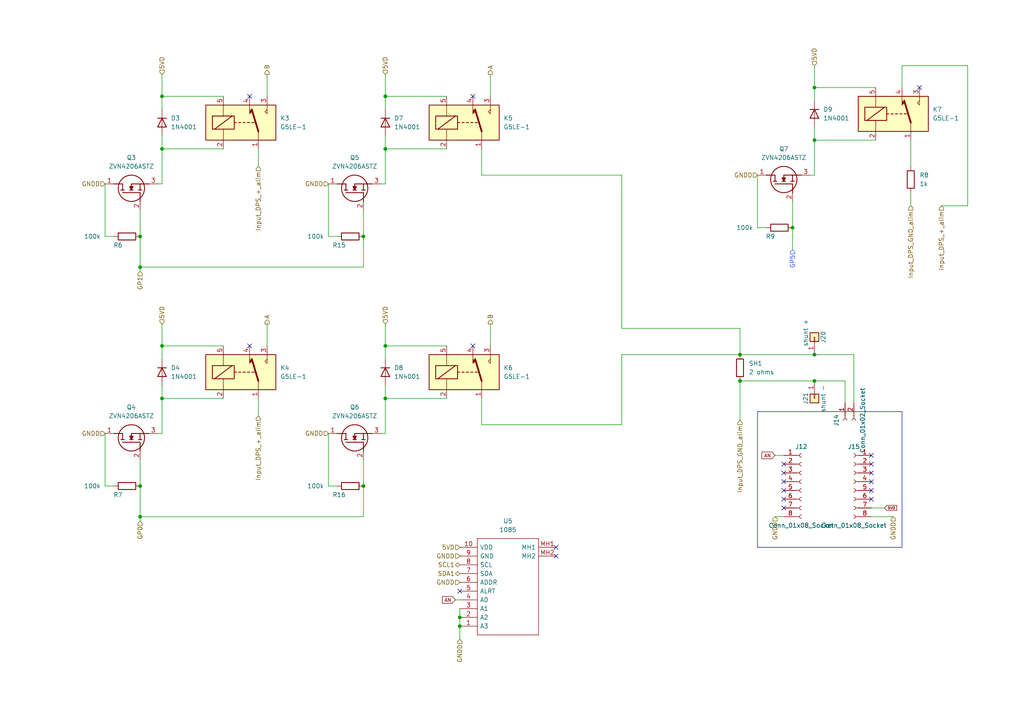
<source format=kicad_sch>
(kicad_sch (version 20230121) (generator eeschema)
  (paper "A4")
  (lib_symbols
    (symbol "1085:1085" (pin_names (offset 0.762))
      (property "Reference" "IC" (at 24.13 7.62 0))
      (property "Value" "1085" (at 24.13 5.08 0))
      (symbol "1085_0_0"
        (pin passive line (at 0 -22.86 0) (length 5.08) (name "A3") (number "1"))
        (pin passive line (at 0 0 0) (length 5.08) (name "VDD") (number "10"))
        (pin passive line (at 0 -20.32 0) (length 5.08) (name "A2") (number "2"))
        (pin passive line (at 0 -17.78 0) (length 5.08) (name "A1") (number "3"))
        (pin passive line (at 0 -15.24 0) (length 5.08) (name "A0") (number "4"))
        (pin passive line (at 0 -12.7 0) (length 5.08) (name "ALRT") (number "5"))
        (pin passive line (at 0 -10.16 0) (length 5.08) (name "ADDR") (number "6"))
        (pin passive line (at 0 -7.62 0) (length 5.08) (name "SDA") (number "7"))
        (pin passive line (at 0 -5.08 0) (length 5.08) (name "SCL") (number "8"))
        (pin passive line (at 0 -2.54 0) (length 5.08) (name "GND") (number "9"))
        (pin passive line (at 27.94 0 180) (length 5.08) (name "MH1") (number "MH1"))
        (pin passive line (at 27.94 -2.54 180) (length 5.08) (name "MH2") (number "MH2"))
      )
      (symbol "1085_0_1"
        (polyline (pts (xy 5.08 2.54) (xy 22.86 2.54) (xy 22.86 -25.4) (xy 5.08 -25.4) (xy 5.08 2.54)) (stroke (width 0.1524)))
      )
    )
    (symbol "Connector:Conn_01x02_Socket" (pin_names (offset 1.016) hide)
      (property "Reference" "J" (at 0 2.54 0))
      (property "Value" "Conn_01x02_Socket" (at 0 -5.08 0))
      (symbol "Conn_01x02_Socket_1_1"
        (arc (start 0 -2.032) (mid -0.5058 -2.54) (end 0 -3.048) (stroke (width 0.1524)))
        (polyline (pts (xy -1.27 -2.54) (xy -0.508 -2.54)) (stroke (width 0.1524)))
        (polyline (pts (xy -1.27 0) (xy -0.508 0)) (stroke (width 0.1524)))
        (arc (start 0 0.508) (mid -0.5058 0) (end 0 -0.508) (stroke (width 0.1524)))
        (pin passive line (at -5.08 0 0) (length 3.81) (name "Pin_1") (number "1"))
        (pin passive line (at -5.08 -2.54 0) (length 3.81) (name "Pin_2") (number "2"))
      )
    )
    (symbol "Connector:Conn_01x08_Socket" (pin_names (offset 1.016) hide)
      (property "Reference" "J" (at 0 10.16 0))
      (property "Value" "Conn_01x08_Socket" (at 0 -12.7 0))
      (symbol "Conn_01x08_Socket_1_1"
        (arc (start 0 -9.652) (mid -0.5058 -10.16) (end 0 -10.668) (stroke (width 0.1524)))
        (arc (start 0 -7.112) (mid -0.5058 -7.62) (end 0 -8.128) (stroke (width 0.1524)))
        (arc (start 0 -4.572) (mid -0.5058 -5.08) (end 0 -5.588) (stroke (width 0.1524)))
        (arc (start 0 -2.032) (mid -0.5058 -2.54) (end 0 -3.048) (stroke (width 0.1524)))
        (polyline (pts (xy -1.27 -10.16) (xy -0.508 -10.16)) (stroke (width 0.1524)))
        (polyline (pts (xy -1.27 -7.62) (xy -0.508 -7.62)) (stroke (width 0.1524)))
        (polyline (pts (xy -1.27 -5.08) (xy -0.508 -5.08)) (stroke (width 0.1524)))
        (polyline (pts (xy -1.27 -2.54) (xy -0.508 -2.54)) (stroke (width 0.1524)))
        (polyline (pts (xy -1.27 0) (xy -0.508 0)) (stroke (width 0.1524)))
        (polyline (pts (xy -1.27 2.54) (xy -0.508 2.54)) (stroke (width 0.1524)))
        (polyline (pts (xy -1.27 5.08) (xy -0.508 5.08)) (stroke (width 0.1524)))
        (polyline (pts (xy -1.27 7.62) (xy -0.508 7.62)) (stroke (width 0.1524)))
        (arc (start 0 0.508) (mid -0.5058 0) (end 0 -0.508) (stroke (width 0.1524)))
        (arc (start 0 3.048) (mid -0.5058 2.54) (end 0 2.032) (stroke (width 0.1524)))
        (arc (start 0 5.588) (mid -0.5058 5.08) (end 0 4.572) (stroke (width 0.1524)))
        (arc (start 0 8.128) (mid -0.5058 7.62) (end 0 7.112) (stroke (width 0.1524)))
        (pin passive line (at -5.08 7.62 0) (length 3.81) (name "Pin_1") (number "1"))
        (pin passive line (at -5.08 5.08 0) (length 3.81) (name "Pin_2") (number "2"))
        (pin passive line (at -5.08 2.54 0) (length 3.81) (name "Pin_3") (number "3"))
        (pin passive line (at -5.08 0 0) (length 3.81) (name "Pin_4") (number "4"))
        (pin passive line (at -5.08 -2.54 0) (length 3.81) (name "Pin_5") (number "5"))
        (pin passive line (at -5.08 -5.08 0) (length 3.81) (name "Pin_6") (number "6"))
        (pin passive line (at -5.08 -7.62 0) (length 3.81) (name "Pin_7") (number "7"))
        (pin passive line (at -5.08 -10.16 0) (length 3.81) (name "Pin_8") (number "8"))
      )
    )
    (symbol "Connector_Generic:Conn_01x01" (pin_names (offset 1.016) hide)
      (property "Reference" "J" (at 0 2.54 0))
      (property "Value" "Conn_01x01" (at 0 -2.54 0))
      (symbol "Conn_01x01_1_1"
        (rectangle (start -1.27 0.127) (end 0 -0.127) (stroke (width 0.1524)))
        (rectangle (start -1.27 1.27) (end 1.27 -1.27) (stroke (width 0.254)) (fill (type background)))
        (pin passive line (at -5.08 0 0) (length 3.81) (name "Pin_1") (number "1"))
      )
    )
    (symbol "Device:R" (pin_numbers hide) (pin_names (offset 0))
      (property "Reference" "R" (at 2.032 0 90))
      (property "Value" "R" (at 0 0 90))
      (symbol "R_0_1"
        (rectangle (start -1.016 -2.54) (end 1.016 2.54) (stroke (width 0.254)))
      )
      (symbol "R_1_1"
        (pin passive line (at 0 3.81 270) (length 1.27) (name "~") (number "1"))
        (pin passive line (at 0 -3.81 90) (length 1.27) (name "~") (number "2"))
      )
    )
    (symbol "Diode:1N4001" (pin_numbers hide) (pin_names hide)
      (property "Reference" "D" (at 0 2.54 0))
      (property "Value" "1N4001" (at 0 -2.54 0))
      (symbol "1N4001_0_1"
        (polyline (pts (xy -1.27 1.27) (xy -1.27 -1.27)) (stroke (width 0.254)))
        (polyline (pts (xy 1.27 0) (xy -1.27 0)))
        (polyline (pts (xy 1.27 1.27) (xy 1.27 -1.27) (xy -1.27 0) (xy 1.27 1.27)) (stroke (width 0.254)))
      )
      (symbol "1N4001_1_1"
        (pin passive line (at -3.81 0 0) (length 2.54) (name "K") (number "1"))
        (pin passive line (at 3.81 0 180) (length 2.54) (name "A") (number "2"))
      )
    )
    (symbol "Relay:G5LE-1"
      (property "Reference" "K" (at 11.43 3.81 0))
      (property "Value" "G5LE-1" (at 11.43 1.27 0))
      (symbol "G5LE-1_0_0"
        (polyline (pts (xy 7.62 5.08) (xy 7.62 2.54) (xy 6.985 3.175) (xy 7.62 3.81)))
      )
      (symbol "G5LE-1_0_1"
        (rectangle (start -10.16 5.08) (end 10.16 -5.08) (stroke (width 0.254)) (fill (type background)))
        (rectangle (start -8.255 1.905) (end -1.905 -1.905) (stroke (width 0.254)))
        (polyline (pts (xy -7.62 -1.905) (xy -2.54 1.905)) (stroke (width 0.254)))
        (polyline (pts (xy -5.08 -5.08) (xy -5.08 -1.905)))
        (polyline (pts (xy -5.08 5.08) (xy -5.08 1.905)))
        (polyline (pts (xy -1.905 0) (xy -1.27 0)) (stroke (width 0.254)))
        (polyline (pts (xy -0.635 0) (xy 0 0)) (stroke (width 0.254)))
        (polyline (pts (xy 0.635 0) (xy 1.27 0)) (stroke (width 0.254)))
        (polyline (pts (xy 1.905 0) (xy 2.54 0)) (stroke (width 0.254)))
        (polyline (pts (xy 3.175 0) (xy 3.81 0)) (stroke (width 0.254)))
        (polyline (pts (xy 5.08 -2.54) (xy 3.175 3.81)) (stroke (width 0.508)))
        (polyline (pts (xy 5.08 -2.54) (xy 5.08 -5.08)))
        (polyline (pts (xy 2.54 5.08) (xy 2.54 2.54) (xy 3.175 3.175) (xy 2.54 3.81)) (fill (type outline)))
      )
      (symbol "G5LE-1_1_1"
        (pin passive line (at 5.08 -7.62 90) (length 2.54) (name "~") (number "1"))
        (pin passive line (at -5.08 -7.62 90) (length 2.54) (name "~") (number "2"))
        (pin passive line (at 7.62 7.62 270) (length 2.54) (name "~") (number "3"))
        (pin passive line (at 2.54 7.62 270) (length 2.54) (name "~") (number "4"))
        (pin passive line (at -5.08 7.62 270) (length 2.54) (name "~") (number "5"))
      )
    )
    (symbol "ZVN4206ASTZ:ZVN4206ASTZ" (pin_names hide)
      (property "Reference" "Q" (at 11.43 3.81 0))
      (property "Value" "ZVN4206ASTZ" (at 11.43 1.27 0))
      (symbol "ZVN4206ASTZ_1_1"
        (polyline (pts (xy 2.54 0) (xy 5.08 0)) (stroke (width 0.254)))
        (polyline (pts (xy 5.08 5.08) (xy 5.08 0)) (stroke (width 0.254)))
        (polyline (pts (xy 5.842 -0.508) (xy 5.842 0.508)) (stroke (width 0.254)))
        (polyline (pts (xy 5.842 0) (xy 7.62 0)) (stroke (width 0.254)))
        (polyline (pts (xy 5.842 2.032) (xy 5.842 3.048)) (stroke (width 0.254)))
        (polyline (pts (xy 5.842 5.588) (xy 5.842 4.572)) (stroke (width 0.254)))
        (polyline (pts (xy 7.62 2.54) (xy 5.842 2.54)) (stroke (width 0.254)))
        (polyline (pts (xy 7.62 2.54) (xy 7.62 -2.54)) (stroke (width 0.254)))
        (polyline (pts (xy 7.62 5.08) (xy 5.842 5.08)) (stroke (width 0.254)))
        (polyline (pts (xy 7.62 5.08) (xy 7.62 7.62)) (stroke (width 0.254)))
        (polyline (pts (xy 5.842 2.54) (xy 6.858 3.048) (xy 6.858 2.032) (xy 5.842 2.54)) (stroke (width 0.254)) (fill (type outline)))
        (circle (center 6.35 2.54) (radius 3.81) (stroke (width 0.254)))
        (pin passive line (at 7.62 10.16 270) (length 2.54) (name "D") (number "1"))
        (pin passive line (at 0 0 0) (length 2.54) (name "G") (number "2"))
        (pin passive line (at 7.62 -5.08 90) (length 2.54) (name "S") (number "3"))
      )
    )
  )
  (junction (at 111.76 27.94))
  (junction (at 133.35 179.07))
  (junction (at 46.99 27.94))
  (junction (at 40.64 149.86))
  (junction (at 40.64 68.58))
  (junction (at 111.76 100.33))
  (junction (at 105.41 140.97))
  (junction (at 236.22 40.64))
  (junction (at 214.63 110.49))
  (junction (at 40.64 77.47))
  (junction (at 46.99 115.57))
  (junction (at 133.35 181.61))
  (junction (at 236.22 25.4))
  (junction (at 40.64 140.97))
  (junction (at 105.41 68.58))
  (junction (at 46.99 100.33))
  (junction (at 229.87 66.04))
  (junction (at 214.63 102.87))
  (junction (at 236.22 102.87))
  (junction (at 46.99 43.18))
  (junction (at 111.76 115.57))
  (junction (at 111.76 43.18))
  (junction (at 236.22 110.49))
  (no_connect (at 133.35 171.45))
  (no_connect (at 266.7 25.4))
  (no_connect (at 161.29 161.29))
  (no_connect (at 252.73 132.08))
  (no_connect (at 227.33 134.62))
  (no_connect (at 161.29 158.75))
  (no_connect (at 72.39 27.94))
  (no_connect (at 252.73 134.62))
  (no_connect (at 227.33 144.78))
  (no_connect (at 227.33 147.32))
  (no_connect (at 72.39 100.33))
  (no_connect (at 252.73 144.78))
  (no_connect (at 252.73 142.24))
  (no_connect (at 252.73 137.16))
  (no_connect (at 227.33 139.7))
  (no_connect (at 137.16 27.94))
  (no_connect (at 252.73 139.7))
  (no_connect (at 227.33 142.24))
  (no_connect (at 137.16 100.33))
  (no_connect (at 227.33 137.16))
  (wire (pts (xy 40.64 68.58) (xy 40.64 60.96)))
  (wire (pts (xy 214.63 110.49) (xy 214.63 121.92)))
  (wire (pts (xy 46.99 115.57) (xy 46.99 125.73)))
  (wire (pts (xy 236.22 102.87) (xy 214.63 102.87)))
  (wire (pts (xy 132.08 173.99) (xy 133.35 173.99)))
  (polyline (pts (xy 261.62 158.75) (xy 219.71 158.75)))
  (wire (pts (xy 46.99 43.18) (xy 64.77 43.18)))
  (wire (pts (xy 46.99 39.37) (xy 46.99 43.18)))
  (wire (pts (xy 111.76 43.18) (xy 129.54 43.18)))
  (wire (pts (xy 105.41 140.97) (xy 105.41 149.86)))
  (wire (pts (xy 247.65 116.84) (xy 247.65 102.87)))
  (wire (pts (xy 252.73 149.86) (xy 259.08 149.86)))
  (wire (pts (xy 40.64 77.47) (xy 40.64 78.74)))
  (wire (pts (xy 111.76 93.98) (xy 111.76 100.33)))
  (wire (pts (xy 111.76 100.33) (xy 111.76 104.14)))
  (wire (pts (xy 111.76 39.37) (xy 111.76 43.18)))
  (wire (pts (xy 77.47 21.59) (xy 77.47 27.94)))
  (wire (pts (xy 133.35 181.61) (xy 133.35 185.42)))
  (polyline (pts (xy 219.71 119.38) (xy 219.71 158.75)))
  (wire (pts (xy 280.67 19.05) (xy 261.62 19.05)))
  (wire (pts (xy 40.64 68.58) (xy 40.64 77.47)))
  (wire (pts (xy 180.34 102.87) (xy 180.34 123.19)))
  (wire (pts (xy 111.76 27.94) (xy 111.76 31.75)))
  (wire (pts (xy 111.76 115.57) (xy 129.54 115.57)))
  (wire (pts (xy 224.79 132.08) (xy 227.33 132.08)))
  (wire (pts (xy 30.48 140.97) (xy 30.48 125.73)))
  (wire (pts (xy 105.41 68.58) (xy 105.41 77.47)))
  (wire (pts (xy 40.64 140.97) (xy 40.64 149.86)))
  (wire (pts (xy 229.87 66.04) (xy 229.87 58.42)))
  (wire (pts (xy 46.99 21.59) (xy 46.99 27.94)))
  (wire (pts (xy 40.64 140.97) (xy 40.64 133.35)))
  (wire (pts (xy 64.77 100.33) (xy 46.99 100.33)))
  (wire (pts (xy 264.16 40.64) (xy 264.16 48.26)))
  (wire (pts (xy 46.99 115.57) (xy 64.77 115.57)))
  (wire (pts (xy 236.22 40.64) (xy 254 40.64)))
  (wire (pts (xy 261.62 19.05) (xy 261.62 25.4)))
  (wire (pts (xy 229.87 66.04) (xy 229.87 72.39)))
  (wire (pts (xy 273.05 59.69) (xy 280.67 59.69)))
  (wire (pts (xy 214.63 95.25) (xy 214.63 102.87)))
  (wire (pts (xy 95.25 68.58) (xy 95.25 53.34)))
  (wire (pts (xy 30.48 68.58) (xy 30.48 53.34)))
  (wire (pts (xy 46.99 53.34) (xy 45.72 53.34)))
  (wire (pts (xy 111.76 111.76) (xy 111.76 115.57)))
  (wire (pts (xy 74.93 43.18) (xy 74.93 48.26)))
  (wire (pts (xy 77.47 93.98) (xy 77.47 100.33)))
  (wire (pts (xy 214.63 102.87) (xy 180.34 102.87)))
  (wire (pts (xy 236.22 25.4) (xy 236.22 29.21)))
  (wire (pts (xy 97.79 140.97) (xy 95.25 140.97)))
  (polyline (pts (xy 219.71 119.38) (xy 261.62 119.38)))
  (wire (pts (xy 254 25.4) (xy 236.22 25.4)))
  (wire (pts (xy 33.02 68.58) (xy 30.48 68.58)))
  (wire (pts (xy 40.64 149.86) (xy 105.41 149.86)))
  (wire (pts (xy 46.99 43.18) (xy 46.99 53.34)))
  (wire (pts (xy 111.76 43.18) (xy 111.76 53.34)))
  (wire (pts (xy 214.63 110.49) (xy 236.22 110.49)))
  (wire (pts (xy 236.22 40.64) (xy 236.22 50.8)))
  (wire (pts (xy 33.02 140.97) (xy 30.48 140.97)))
  (wire (pts (xy 139.7 115.57) (xy 139.7 123.19)))
  (wire (pts (xy 180.34 123.19) (xy 139.7 123.19)))
  (wire (pts (xy 180.34 50.8) (xy 180.34 95.25)))
  (wire (pts (xy 224.79 149.86) (xy 227.33 149.86)))
  (wire (pts (xy 64.77 27.94) (xy 46.99 27.94)))
  (wire (pts (xy 46.99 93.98) (xy 46.99 100.33)))
  (wire (pts (xy 111.76 125.73) (xy 110.49 125.73)))
  (wire (pts (xy 46.99 27.94) (xy 46.99 31.75)))
  (wire (pts (xy 133.35 179.07) (xy 133.35 181.61)))
  (wire (pts (xy 219.71 66.04) (xy 219.71 50.8)))
  (wire (pts (xy 139.7 50.8) (xy 180.34 50.8)))
  (wire (pts (xy 133.35 176.53) (xy 133.35 179.07)))
  (wire (pts (xy 245.11 110.49) (xy 245.11 116.84)))
  (wire (pts (xy 40.64 149.86) (xy 40.64 151.13)))
  (wire (pts (xy 129.54 100.33) (xy 111.76 100.33)))
  (wire (pts (xy 46.99 111.76) (xy 46.99 115.57)))
  (wire (pts (xy 111.76 115.57) (xy 111.76 125.73)))
  (wire (pts (xy 280.67 59.69) (xy 280.67 19.05)))
  (wire (pts (xy 97.79 68.58) (xy 95.25 68.58)))
  (wire (pts (xy 105.41 140.97) (xy 105.41 133.35)))
  (wire (pts (xy 95.25 140.97) (xy 95.25 125.73)))
  (polyline (pts (xy 261.62 119.38) (xy 261.62 158.75)))
  (wire (pts (xy 111.76 53.34) (xy 110.49 53.34)))
  (wire (pts (xy 236.22 50.8) (xy 234.95 50.8)))
  (wire (pts (xy 222.25 66.04) (xy 219.71 66.04)))
  (wire (pts (xy 142.24 21.59) (xy 142.24 27.94)))
  (wire (pts (xy 180.34 95.25) (xy 214.63 95.25)))
  (wire (pts (xy 236.22 110.49) (xy 245.11 110.49)))
  (wire (pts (xy 40.64 77.47) (xy 105.41 77.47)))
  (wire (pts (xy 46.99 100.33) (xy 46.99 104.14)))
  (wire (pts (xy 236.22 36.83) (xy 236.22 40.64)))
  (wire (pts (xy 142.24 93.98) (xy 142.24 100.33)))
  (wire (pts (xy 247.65 102.87) (xy 236.22 102.87)))
  (wire (pts (xy 236.22 19.05) (xy 236.22 25.4)))
  (wire (pts (xy 129.54 27.94) (xy 111.76 27.94)))
  (wire (pts (xy 264.16 55.88) (xy 264.16 59.69)))
  (wire (pts (xy 74.93 115.57) (xy 74.93 120.65)))
  (wire (pts (xy 46.99 125.73) (xy 45.72 125.73)))
  (wire (pts (xy 105.41 68.58) (xy 105.41 60.96)))
  (wire (pts (xy 139.7 43.18) (xy 139.7 50.8)))
  (wire (pts (xy 252.73 147.32) (xy 256.54 147.32)))
  (wire (pts (xy 111.76 21.59) (xy 111.76 27.94)))
  (global_label "5VD" (shape input) (at 256.54 147.32 0) (effects (font (size 0.75 0.75))) (property "Intersheetrefs" "${INTERSHEET_REFS}" (effects hide)))
  (global_label "AN" (shape input) (at 132.08 173.99 180) (effects (font (size 1 1))) (property "Intersheetrefs" "${INTERSHEET_REFS}" (effects hide)))
  (global_label "AN" (shape input) (at 224.79 132.08 180) (effects (font (size 1 1))) (property "Intersheetrefs" "${INTERSHEET_REFS}" (effects hide)))
  (hierarchical_label "5VD" (shape input) (at 236.22 19.05 90))
  (hierarchical_label "GNDD" (shape input) (at 259.08 149.86 270))
  (hierarchical_label "GNDD" (shape input) (at 95.25 53.34 180))
  (hierarchical_label "5VD" (shape input) (at 46.99 93.98 90))
  (hierarchical_label "GNDD" (shape input) (at 133.35 161.29 180))
  (hierarchical_label "GNDD" (shape input) (at 224.79 149.86 270))
  (hierarchical_label "GP0" (shape input) (at 40.64 151.13 270))
  (hierarchical_label "5VD" (shape input) (at 111.76 93.98 90))
  (hierarchical_label "GNDD" (shape input) (at 95.25 125.73 180))
  (hierarchical_label "GNDD" (shape input) (at 133.35 185.42 270))
  (hierarchical_label "GP1" (shape input) (at 40.64 78.74 270))
  (hierarchical_label "GNDD" (shape input) (at 133.35 168.91 180))
  (hierarchical_label "A" (shape output) (at 77.47 93.98 90))
  (hierarchical_label "Input_DPS_+_alim" (shape input) (at 74.93 48.26 270))
  (hierarchical_label "GP5" (shape input) (at 229.87 72.39 270))
  (hierarchical_label "5VD" (shape input) (at 46.99 21.59 90))
  (hierarchical_label "Input_DPS_+_alim" (shape input) (at 273.05 59.69 270))
  (hierarchical_label "Input_DPS_GND_alim" (shape input) (at 214.63 121.92 270))
  (hierarchical_label "5VD" (shape input) (at 133.35 158.75 180))
  (hierarchical_label "B" (shape output) (at 142.24 93.98 90))
  (hierarchical_label "Input_DPS_+_alim" (shape input) (at 74.93 120.65 270))
  (hierarchical_label "SDA1" (shape bidirectional) (at 133.35 166.37 180))
  (hierarchical_label "SCL1" (shape bidirectional) (at 133.35 163.83 180))
  (hierarchical_label "A" (shape output) (at 142.24 21.59 90))
  (hierarchical_label "GNDD" (shape input) (at 30.48 53.34 180))
  (hierarchical_label "Input_DPS_GND_alim" (shape input) (at 264.16 59.69 270))
  (hierarchical_label "GNDD" (shape input) (at 219.71 50.8 180))
  (hierarchical_label "B" (shape output) (at 77.47 21.59 90))
  (hierarchical_label "GNDD" (shape input) (at 30.48 125.73 180))
  (hierarchical_label "5VD" (shape input) (at 111.76 21.59 90))
  (symbol (lib_id "Relay:G5LE-1") (at 134.62 107.95 0) (unit 1)
    (property "Reference" "K6" (at 146.05 106.6799 0) (effects (justify left)))
    (property "Value" "G5LE-1" (at 146.05 109.2199 0) (effects (justify left)))
    (property "Footprint" "Relay_THT:Relay_SPDT_Omron-G5LE-1" (effects hide))
    (property "Datasheet" "http://www.omron.com/ecb/products/pdf/en-g5le.pdf" (effects hide))
    (property "Description" "Relay analog 5V power (G5LE-1)" (effects hide))
  )
  (symbol (lib_id "Diode:1N4001") (at 46.99 35.56 270) (unit 1)
    (property "Reference" "D3" (at 49.53 34.29 90) (effects (justify left)))
    (property "Value" "1N4001" (at 49.53 36.83 90) (effects (justify left)))
    (property "Footprint" "Diode_THT:D_DO-41_SOD81_P10.16mm_Horizontal" (effects hide))
    (property "Datasheet" "http://www.vishay.com/docs/88503/1n4001.pdf" (effects hide))
    (property "Description" "Diode DO41" (effects hide))
    (property "Sim.Device" "D" (effects hide))
    (property "Sim.Pins" "1=K 2=A" (effects hide))
  )
  (symbol (lib_id "Relay:G5LE-1") (at 134.62 35.56 0) (unit 1)
    (property "Reference" "K5" (at 146.05 34.2899 0) (effects (justify left)))
    (property "Value" "G5LE-1" (at 146.05 36.8299 0) (effects (justify left)))
    (property "Footprint" "Relay_THT:Relay_SPDT_Omron-G5LE-1" (effects hide))
    (property "Datasheet" "http://www.omron.com/ecb/products/pdf/en-g5le.pdf" (effects hide))
    (property "Description" "Relay analog 5V power (G5LE-1)" (effects hide))
  )
  (symbol (lib_id "Relay:G5LE-1") (at 259.08 33.02 0) (unit 1)
    (property "Reference" "K7" (at 270.51 31.7499 0) (effects (justify left)))
    (property "Value" "G5LE-1" (at 270.51 34.2899 0) (effects (justify left)))
    (property "Footprint" "Relay_THT:Relay_SPDT_Omron-G5LE-1" (effects hide))
    (property "Datasheet" "http://www.omron.com/ecb/products/pdf/en-g5le.pdf" (effects hide))
    (property "Description" "Relay analog 5V power (G5LE-1)" (effects hide))
  )
  (symbol (lib_id "ZVN4206ASTZ:ZVN4206ASTZ") (at 40.64 133.35 90) (unit 1)
    (property "Reference" "Q4" (at 38.1 118.11 90))
    (property "Value" "ZVN4206ASTZ" (at 38.1 120.65 90))
    (property "Footprint" "Package_TO_SOT_THT:TO-92L_Wide" (effects hide))
    (property "Datasheet" "https://www.diodes.com/assets/Datasheets/ZVN4206A.pdf" (effects hide))
    (property "Description" "Transistor JFET - TO shape - relay activation" (effects hide))
    (property "Height" "4.01" (effects hide))
    (property "Manufacturer_Name" "Diodes Incorporated" (effects hide))
    (property "Manufacturer_Part_Number" "ZVN4206ASTZ" (effects hide))
    (property "Mouser Part Number" "522-ZVN4206ASTZ" (effects hide))
    (property "Mouser Price/Stock" "https://www.mouser.co.uk/ProductDetail/Diodes-Incorporated/ZVN4206ASTZ?qs=OlC7AqGiEDlGIiNe7stL%252BQ%3D%3D" (effects hide))
    (property "Arrow Part Number" "ZVN4206ASTZ" (effects hide))
    (property "Arrow Price/Stock" "https://www.arrow.com/en/products/zvn4206astz/diodes-incorporated?region=nac" (effects hide))
  )
  (symbol (lib_id "Device:R") (at 101.6 68.58 90) (unit 1)
    (property "Reference" "R15" (at 100.33 71.12 90) (effects (justify left)))
    (property "Value" "100k" (at 93.98 68.58 90) (effects (justify left)))
    (property "Footprint" "Resistor_THT:R_Axial_DIN0207_L6.3mm_D2.5mm_P7.62mm_Horizontal" (effects hide))
    (property "Description" "100 kohms resistor" (effects hide))
  )
  (symbol (lib_id "Device:R") (at 36.83 68.58 90) (unit 1)
    (property "Reference" "R6" (at 35.56 71.12 90) (effects (justify left)))
    (property "Value" "100k" (at 29.21 68.58 90) (effects (justify left)))
    (property "Footprint" "Resistor_THT:R_Axial_DIN0207_L6.3mm_D2.5mm_P7.62mm_Horizontal" (effects hide))
    (property "Description" "100 kohms resistor" (effects hide))
  )
  (symbol (lib_id "Device:R") (at 101.6 140.97 90) (unit 1)
    (property "Reference" "R16" (at 100.33 143.51 90) (effects (justify left)))
    (property "Value" "100k" (at 93.98 140.97 90) (effects (justify left)))
    (property "Footprint" "Resistor_THT:R_Axial_DIN0207_L6.3mm_D2.5mm_P7.62mm_Horizontal" (effects hide))
    (property "Description" "100 kohms resistor" (effects hide))
  )
  (symbol (lib_id "ZVN4206ASTZ:ZVN4206ASTZ") (at 105.41 133.35 90) (unit 1)
    (property "Reference" "Q6" (at 102.87 118.11 90))
    (property "Value" "ZVN4206ASTZ" (at 102.87 120.65 90))
    (property "Footprint" "Package_TO_SOT_THT:TO-92L_Wide" (effects hide))
    (property "Datasheet" "https://www.diodes.com/assets/Datasheets/ZVN4206A.pdf" (effects hide))
    (property "Description" "Transistor JFET - TO shape - relay activation" (effects hide))
    (property "Height" "4.01" (effects hide))
    (property "Manufacturer_Name" "Diodes Incorporated" (effects hide))
    (property "Manufacturer_Part_Number" "ZVN4206ASTZ" (effects hide))
    (property "Mouser Part Number" "522-ZVN4206ASTZ" (effects hide))
    (property "Mouser Price/Stock" "https://www.mouser.co.uk/ProductDetail/Diodes-Incorporated/ZVN4206ASTZ?qs=OlC7AqGiEDlGIiNe7stL%252BQ%3D%3D" (effects hide))
    (property "Arrow Part Number" "ZVN4206ASTZ" (effects hide))
    (property "Arrow Price/Stock" "https://www.arrow.com/en/products/zvn4206astz/diodes-incorporated?region=nac" (effects hide))
  )
  (symbol (lib_id "ZVN4206ASTZ:ZVN4206ASTZ") (at 40.64 60.96 90) (unit 1)
    (property "Reference" "Q3" (at 38.1 45.72 90))
    (property "Value" "ZVN4206ASTZ" (at 38.1 48.26 90))
    (property "Footprint" "Package_TO_SOT_THT:TO-92L_Wide" (effects hide))
    (property "Datasheet" "https://www.diodes.com/assets/Datasheets/ZVN4206A.pdf" (effects hide))
    (property "Description" "Transistor JFET - TO shape - relay activation" (effects hide))
    (property "Height" "4.01" (effects hide))
    (property "Manufacturer_Name" "Diodes Incorporated" (effects hide))
    (property "Manufacturer_Part_Number" "ZVN4206ASTZ" (effects hide))
    (property "Mouser Part Number" "522-ZVN4206ASTZ" (effects hide))
    (property "Mouser Price/Stock" "https://www.mouser.co.uk/ProductDetail/Diodes-Incorporated/ZVN4206ASTZ?qs=OlC7AqGiEDlGIiNe7stL%252BQ%3D%3D" (effects hide))
    (property "Arrow Part Number" "ZVN4206ASTZ" (effects hide))
    (property "Arrow Price/Stock" "https://www.arrow.com/en/products/zvn4206astz/diodes-incorporated?region=nac" (effects hide))
  )
  (symbol (lib_id "Connector_Generic:Conn_01x01") (at 236.22 97.79 90) (unit 1)
    (property "Reference" "J20" (at 238.76 97.79 0))
    (property "Value" "shunt +" (at 233.68 96.52 0))
    (property "Footprint" "Connector_PinHeader_2.54mm:PinHeader_1x01_P2.54mm_Vertical" (effects hide))
    (property "Description" "Contact check" (effects hide))
  )
  (symbol (lib_id "Connector:Conn_01x02_Socket") (at 245.11 121.92 90) (mirror x) (unit 1)
    (property "Reference" "J14" (at 242.57 121.92 0))
    (property "Value" "Conn_01x02_Socket" (at 250.19 121.92 0))
    (property "Footprint" "Connector_PinHeader_2.54mm:PinHeader_1x02_P2.54mm_Vertical" (effects hide))
    (property "Description" "Current 7 click (left)" (effects hide))
  )
  (symbol (lib_id "Diode:1N4001") (at 111.76 107.95 270) (unit 1)
    (property "Reference" "D8" (at 114.3 106.68 90) (effects (justify left)))
    (property "Value" "1N4001" (at 114.3 109.22 90) (effects (justify left)))
    (property "Footprint" "Diode_THT:D_DO-41_SOD81_P10.16mm_Horizontal" (effects hide))
    (property "Datasheet" "http://www.vishay.com/docs/88503/1n4001.pdf" (effects hide))
    (property "Description" "Diode DO41" (effects hide))
    (property "Sim.Device" "D" (effects hide))
    (property "Sim.Pins" "1=K 2=A" (effects hide))
  )
  (symbol (lib_id "Connector_Generic:Conn_01x01") (at 236.22 115.57 270) (unit 1)
    (property "Reference" "J21" (at 233.68 115.57 0))
    (property "Value" "shunt -" (at 238.76 115.57 0))
    (property "Footprint" "Connector_PinHeader_2.54mm:PinHeader_1x01_P2.54mm_Vertical" (effects hide))
    (property "Description" "Contact check" (effects hide))
  )
  (symbol (lib_id "Connector:Conn_01x08_Socket") (at 247.65 139.7 0) (mirror y) (unit 1)
    (property "Reference" "J15" (at 247.65 129.54 0))
    (property "Value" "Conn_01x08_Socket" (at 247.65 152.4 0))
    (property "Footprint" "Connector_PinHeader_2.54mm:PinHeader_1x08_P2.54mm_Vertical" (effects hide))
    (property "Description" "Current 7 click (top)" (effects hide))
  )
  (symbol (lib_id "ZVN4206ASTZ:ZVN4206ASTZ") (at 229.87 58.42 90) (unit 1)
    (property "Reference" "Q7" (at 227.33 43.18 90))
    (property "Value" "ZVN4206ASTZ" (at 227.33 45.72 90))
    (property "Footprint" "Package_TO_SOT_THT:TO-92L_Wide" (effects hide))
    (property "Datasheet" "https://www.diodes.com/assets/Datasheets/ZVN4206A.pdf" (effects hide))
    (property "Description" "Transistor JFET - TO shape - relay activation" (effects hide))
    (property "Height" "4.01" (effects hide))
    (property "Manufacturer_Name" "Diodes Incorporated" (effects hide))
    (property "Manufacturer_Part_Number" "ZVN4206ASTZ" (effects hide))
    (property "Mouser Part Number" "522-ZVN4206ASTZ" (effects hide))
    (property "Mouser Price/Stock" "https://www.mouser.co.uk/ProductDetail/Diodes-Incorporated/ZVN4206ASTZ?qs=OlC7AqGiEDlGIiNe7stL%252BQ%3D%3D" (effects hide))
    (property "Arrow Part Number" "ZVN4206ASTZ" (effects hide))
    (property "Arrow Price/Stock" "https://www.arrow.com/en/products/zvn4206astz/diodes-incorporated?region=nac" (effects hide))
  )
  (symbol (lib_id "Diode:1N4001") (at 236.22 33.02 270) (unit 1)
    (property "Reference" "D9" (at 238.76 31.75 90) (effects (justify left)))
    (property "Value" "1N4001" (at 238.76 34.29 90) (effects (justify left)))
    (property "Footprint" "Diode_THT:D_DO-41_SOD81_P10.16mm_Horizontal" (effects hide))
    (property "Datasheet" "http://www.vishay.com/docs/88503/1n4001.pdf" (effects hide))
    (property "Description" "Diode DO41" (effects hide))
    (property "Sim.Device" "D" (effects hide))
    (property "Sim.Pins" "1=K 2=A" (effects hide))
  )
  (symbol (lib_id "Device:R") (at 36.83 140.97 90) (unit 1)
    (property "Reference" "R7" (at 35.56 143.51 90) (effects (justify left)))
    (property "Value" "100k" (at 29.21 140.97 90) (effects (justify left)))
    (property "Footprint" "Resistor_THT:R_Axial_DIN0207_L6.3mm_D2.5mm_P7.62mm_Horizontal" (effects hide))
    (property "Description" "100 kohms resistor" (effects hide))
  )
  (symbol (lib_id "Device:R") (at 226.06 66.04 90) (unit 1)
    (property "Reference" "R9" (at 224.79 68.58 90) (effects (justify left)))
    (property "Value" "100k" (at 218.44 66.04 90) (effects (justify left)))
    (property "Footprint" "Resistor_THT:R_Axial_DIN0207_L6.3mm_D2.5mm_P7.62mm_Horizontal" (effects hide))
    (property "Description" "100 kohms resistor" (effects hide))
  )
  (symbol (lib_id "Diode:1N4001") (at 46.99 107.95 270) (unit 1)
    (property "Reference" "D4" (at 49.53 106.68 90) (effects (justify left)))
    (property "Value" "1N4001" (at 49.53 109.22 90) (effects (justify left)))
    (property "Footprint" "Diode_THT:D_DO-41_SOD81_P10.16mm_Horizontal" (effects hide))
    (property "Datasheet" "http://www.vishay.com/docs/88503/1n4001.pdf" (effects hide))
    (property "Description" "Diode DO41" (effects hide))
    (property "Sim.Device" "D" (effects hide))
    (property "Sim.Pins" "1=K 2=A" (effects hide))
  )
  (symbol (lib_id "Relay:G5LE-1") (at 69.85 35.56 0) (unit 1)
    (property "Reference" "K3" (at 81.28 34.2899 0) (effects (justify left)))
    (property "Value" "G5LE-1" (at 81.28 36.8299 0) (effects (justify left)))
    (property "Footprint" "Relay_THT:Relay_SPDT_Omron-G5LE-1" (effects hide))
    (property "Datasheet" "http://www.omron.com/ecb/products/pdf/en-g5le.pdf" (effects hide))
    (property "Description" "Relay analog 5V power (G5LE-1)" (effects hide))
  )
  (symbol (lib_id "1085:1085") (at 133.35 158.75 0) (unit 1)
    (property "Reference" "U5" (at 147.32 151.13 0))
    (property "Value" "1085" (at 147.32 153.67 0))
    (property "Footprint" "1085" (effects hide))
    (property "Datasheet" "https://cdn-shop.adafruit.com/datasheets/ads1115.pdf" (effects hide))
    (property "Description" "Data Conversion IC Development Tools ADS1115 16-Bit ADC - 4 Channel with Programmable Gain Amplifier" (effects hide))
    (property "Height" "5" (effects hide))
    (property "Manufacturer_Name" "Adafruit" (effects hide))
    (property "Manufacturer_Part_Number" "1085" (effects hide))
    (property "Mouser Part Number" "485-1085" (effects hide))
    (property "Mouser Price/Stock" "https://www.mouser.co.uk/ProductDetail/Adafruit/1085?qs=GURawfaeGuCW8oufi8WauA%3D%3D" (effects hide))
    (property "Arrow Part Number" "1085" (effects hide))
    (property "Arrow Price/Stock" "https://www.arrow.com/en/products/1085/adafruit-industries?region=nac" (effects hide))
  )
  (symbol (lib_id "Connector:Conn_01x08_Socket") (at 232.41 139.7 0) (unit 1)
    (property "Reference" "J12" (at 232.41 129.54 0))
    (property "Value" "Conn_01x08_Socket" (at 232.41 152.4 0))
    (property "Footprint" "Connector_PinHeader_2.54mm:PinHeader_1x08_P2.54mm_Vertical" (effects hide))
    (property "Description" "Current 7 click (bot)" (effects hide))
  )
  (symbol (lib_id "Device:R") (at 264.16 52.07 0) (unit 1)
    (property "Reference" "R8" (at 266.7 50.8 0) (effects (justify left)))
    (property "Value" "1k" (at 266.7 53.34 0) (effects (justify left)))
    (property "Footprint" "Resistor_THT:R_Axial_DIN0207_L6.3mm_D2.5mm_P7.62mm_Horizontal" (effects hide))
  )
  (symbol (lib_id "Diode:1N4001") (at 111.76 35.56 270) (unit 1)
    (property "Reference" "D7" (at 114.3 34.29 90) (effects (justify left)))
    (property "Value" "1N4001" (at 114.3 36.83 90) (effects (justify left)))
    (property "Footprint" "Diode_THT:D_DO-41_SOD81_P10.16mm_Horizontal" (effects hide))
    (property "Datasheet" "http://www.vishay.com/docs/88503/1n4001.pdf" (effects hide))
    (property "Description" "Diode DO41" (effects hide))
    (property "Sim.Device" "D" (effects hide))
    (property "Sim.Pins" "1=K 2=A" (effects hide))
  )
  (symbol (lib_id "Relay:G5LE-1") (at 69.85 107.95 0) (unit 1)
    (property "Reference" "K4" (at 81.28 106.6799 0) (effects (justify left)))
    (property "Value" "G5LE-1" (at 81.28 109.2199 0) (effects (justify left)))
    (property "Footprint" "Relay_THT:Relay_SPDT_Omron-G5LE-1" (effects hide))
    (property "Datasheet" "http://www.omron.com/ecb/products/pdf/en-g5le.pdf" (effects hide))
    (property "Description" "Relay analog 5V power (G5LE-1)" (effects hide))
  )
  (symbol (lib_id "Device:R") (at 214.63 106.68 0) (unit 1)
    (property "Reference" "SH1" (at 217.17 105.4099 0) (effects (justify left)))
    (property "Value" "2 ohms" (at 217.17 107.9499 0) (effects (justify left)))
    (property "Footprint" "Resistor_THT:R_Axial_DIN0414_L11.9mm_D4.5mm_P20.32mm_Horizontal" (effects hide))
    (property "Description" "2 ohms resistor" (effects hide))
  )
  (symbol (lib_id "ZVN4206ASTZ:ZVN4206ASTZ") (at 105.41 60.96 90) (unit 1)
    (property "Reference" "Q5" (at 102.87 45.72 90))
    (property "Value" "ZVN4206ASTZ" (at 102.87 48.26 90))
    (property "Footprint" "Package_TO_SOT_THT:TO-92L_Wide" (effects hide))
    (property "Datasheet" "https://www.diodes.com/assets/Datasheets/ZVN4206A.pdf" (effects hide))
    (property "Description" "Transistor JFET - TO shape - relay activation" (effects hide))
    (property "Height" "4.01" (effects hide))
    (property "Manufacturer_Name" "Diodes Incorporated" (effects hide))
    (property "Manufacturer_Part_Number" "ZVN4206ASTZ" (effects hide))
    (property "Mouser Part Number" "522-ZVN4206ASTZ" (effects hide))
    (property "Mouser Price/Stock" "https://www.mouser.co.uk/ProductDetail/Diodes-Incorporated/ZVN4206ASTZ?qs=OlC7AqGiEDlGIiNe7stL%252BQ%3D%3D" (effects hide))
    (property "Arrow Part Number" "ZVN4206ASTZ" (effects hide))
    (property "Arrow Price/Stock" "https://www.arrow.com/en/products/zvn4206astz/diodes-incorporated?region=nac" (effects hide))
  )
)
</source>
